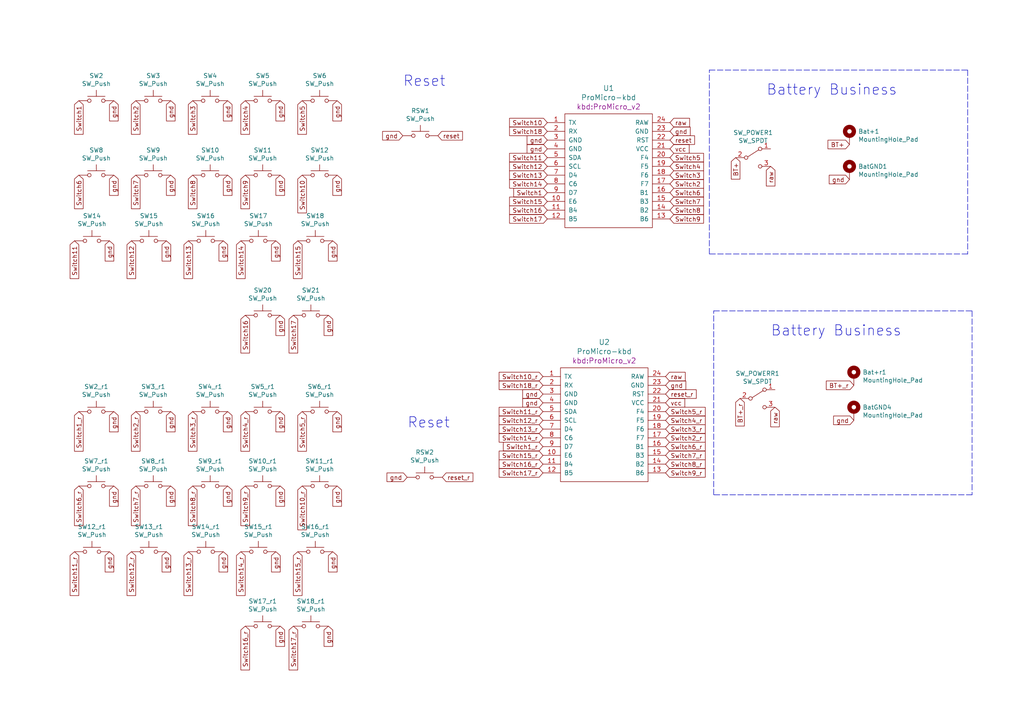
<source format=kicad_sch>
(kicad_sch (version 20211123) (generator eeschema)
  (paper "A4")
  (title_block (title "Sweep V2") (date "2021-03-10") (rev "0.1") (company "broomlabs"))
  (lib_symbols
    (symbol "Mechanical:MountingHole_Pad" (pin_numbers hide) (pin_names (offset 1.016) hide)
      (property "Reference" "H" (at 0 6.35 0))
      (property "Value" "MountingHole_Pad" (at 0 4.445 0))
      (symbol "MountingHole_Pad_0_1"
        (circle (center 0 1.27) (radius 1.27) (stroke (width 1.27)))
      )
      (symbol "MountingHole_Pad_1_1"
        (pin input line (at 0 -2.54 90) (length 2.54) (name "1") (number "1"))
      )
    )
    (symbol "Switch:SW_Push" (pin_numbers hide) (pin_names (offset 1.016) hide)
      (property "Reference" "SW" (at 1.27 2.54 0))
      (property "Value" "SW_Push" (at 0 -1.524 0))
      (symbol "SW_Push_0_1"
        (circle (center -2.032 0) (radius 0.508))
        (polyline (pts (xy 0 1.27) (xy 0 3.048)))
        (polyline (pts (xy 2.54 1.27) (xy -2.54 1.27)))
        (circle (center 2.032 0) (radius 0.508))
        (pin passive line (at -5.08 0 0) (length 2.54) (name "1") (number "1"))
        (pin passive line (at 5.08 0 180) (length 2.54) (name "2") (number "2"))
      )
    )
    (symbol "Switch:SW_SPDT" (pin_names (offset 0) hide)
      (property "Reference" "SW" (at 0 4.318 0))
      (property "Value" "SW_SPDT" (at 0 -5.08 0))
      (symbol "SW_SPDT_0_0"
        (circle (center -2.032 0) (radius 0.508))
        (circle (center 2.032 -2.54) (radius 0.508))
      )
      (symbol "SW_SPDT_0_1"
        (polyline (pts (xy -1.524 0.254) (xy 1.651 2.286)))
        (circle (center 2.032 2.54) (radius 0.508))
      )
      (symbol "SW_SPDT_1_1"
        (pin passive line (at 5.08 2.54 180) (length 2.54) (name "A") (number "1"))
        (pin passive line (at -5.08 0 0) (length 2.54) (name "B") (number "2"))
        (pin passive line (at 5.08 -2.54 180) (length 2.54) (name "C") (number "3"))
      )
    )
    (symbol "sweepv2-rescue:ProMicro-kbd-bigblackpill-34key-rescue" (pin_names (offset 1.016))
      (property "Reference" "U" (at 0 24.13 0))
      (property "Value" "ProMicro-kbd-bigblackpill-34key-rescue" (at 0 -13.97 0))
      (symbol "ProMicro-kbd-bigblackpill-34key-rescue_0_1"
        (rectangle (start -12.7 21.59) (end 12.7 -11.43))
      )
      (symbol "ProMicro-kbd-bigblackpill-34key-rescue_1_1"
        (pin bidirectional line (at -17.78 19.05 0) (length 5.08) (name "TX") (number "1"))
        (pin bidirectional line (at -17.78 -3.81 0) (length 5.08) (name "E6") (number "10"))
        (pin bidirectional line (at -17.78 -6.35 0) (length 5.08) (name "B4") (number "11"))
        (pin bidirectional line (at -17.78 -8.89 0) (length 5.08) (name "B5") (number "12"))
        (pin bidirectional line (at 17.78 -8.89 180) (length 5.08) (name "B6") (number "13"))
        (pin bidirectional line (at 17.78 -6.35 180) (length 5.08) (name "B2") (number "14"))
        (pin bidirectional line (at 17.78 -3.81 180) (length 5.08) (name "B3") (number "15"))
        (pin bidirectional line (at 17.78 -1.27 180) (length 5.08) (name "B1") (number "16"))
        (pin bidirectional line (at 17.78 1.27 180) (length 5.08) (name "F7") (number "17"))
        (pin bidirectional line (at 17.78 3.81 180) (length 5.08) (name "F6") (number "18"))
        (pin bidirectional line (at 17.78 6.35 180) (length 5.08) (name "F5") (number "19"))
        (pin bidirectional line (at -17.78 16.51 0) (length 5.08) (name "RX") (number "2"))
        (pin bidirectional line (at 17.78 8.89 180) (length 5.08) (name "F4") (number "20"))
        (pin power_in line (at 17.78 11.43 180) (length 5.08) (name "VCC") (number "21"))
        (pin input line (at 17.78 13.97 180) (length 5.08) (name "RST") (number "22"))
        (pin power_in line (at 17.78 16.51 180) (length 5.08) (name "GND") (number "23"))
        (pin power_out line (at 17.78 19.05 180) (length 5.08) (name "RAW") (number "24"))
        (pin power_in line (at -17.78 13.97 0) (length 5.08) (name "GND") (number "3"))
        (pin power_in line (at -17.78 11.43 0) (length 5.08) (name "GND") (number "4"))
        (pin bidirectional line (at -17.78 8.89 0) (length 5.08) (name "SDA") (number "5"))
        (pin bidirectional line (at -17.78 6.35 0) (length 5.08) (name "SCL") (number "6"))
        (pin bidirectional line (at -17.78 3.81 0) (length 5.08) (name "D4") (number "7"))
        (pin bidirectional line (at -17.78 1.27 0) (length 5.08) (name "C6") (number "8"))
        (pin bidirectional line (at -17.78 -1.27 0) (length 5.08) (name "D7") (number "9"))
      )
    )
  )
  (polyline (pts (xy 205.74 73.66) (xy 205.74 20.32)))
  (polyline (pts (xy 207.01 143.51) (xy 207.01 90.17)))
  (polyline (pts (xy 205.74 20.32) (xy 280.67 20.32)))
  (polyline (pts (xy 280.67 73.66) (xy 205.74 73.66)))
  (polyline (pts (xy 281.94 143.51) (xy 207.01 143.51)))
  (polyline (pts (xy 207.01 90.17) (xy 281.94 90.17)))
  (polyline (pts (xy 280.67 20.32) (xy 280.67 73.66)))
  (polyline (pts (xy 281.94 90.17) (xy 281.94 143.51)))
  (text "Battery Business" (at 223.52 97.79 0) (effects (font (size 2.9972 2.9972)) (justify left bottom)))
  (text "Reset" (at 116.84 25.4 0) (effects (font (size 2.9972 2.9972)) (justify left bottom)))
  (text "Reset" (at 118.11 124.46 0) (effects (font (size 2.9972 2.9972)) (justify left bottom)))
  (text "Battery Business" (at 222.25 27.94 0) (effects (font (size 2.9972 2.9972)) (justify left bottom)))
  (global_label "Switch7" (shape input) (at 39.37 50.8 270) (property "Intersheet References" "${INTERSHEET_REFS}" (effects hide)))
  (global_label "gnd" (shape input) (at 247.65 121.92 180) (property "Intersheet References" "${INTERSHEET_REFS}" (effects hide)))
  (global_label "Switch5_r" (shape input) (at 87.63 119.38 270) (property "Intersheet References" "${INTERSHEET_REFS}" (effects hide)))
  (global_label "gnd" (shape input) (at 157.48 116.84 180) (property "Intersheet References" "${INTERSHEET_REFS}" (effects hide)))
  (global_label "Switch4_r" (shape input) (at 71.12 119.38 270) (property "Intersheet References" "${INTERSHEET_REFS}" (effects hide)))
  (global_label "gnd" (shape input) (at 246.38 52.07 180) (property "Intersheet References" "${INTERSHEET_REFS}" (effects hide)))
  (global_label "gnd" (shape input) (at 81.28 91.44 270) (property "Intersheet References" "${INTERSHEET_REFS}" (effects hide)))
  (global_label "gnd" (shape input) (at 158.75 40.64 180) (property "Intersheet References" "${INTERSHEET_REFS}" (effects hide)))
  (global_label "gnd" (shape input) (at 158.75 43.18 180) (property "Intersheet References" "${INTERSHEET_REFS}" (effects hide)))
  (global_label "gnd" (shape input) (at 193.04 111.76 0) (property "Intersheet References" "${INTERSHEET_REFS}" (effects hide)))
  (global_label "Switch4_r" (shape input) (at 193.04 121.92 0) (property "Intersheet References" "${INTERSHEET_REFS}" (effects hide)))
  (global_label "Switch14" (shape input) (at 69.85 69.85 270) (property "Intersheet References" "${INTERSHEET_REFS}" (effects hide)))
  (global_label "gnd" (shape input) (at 33.02 140.97 270) (property "Intersheet References" "${INTERSHEET_REFS}" (effects hide)))
  (global_label "Switch16_r" (shape input) (at 157.48 134.62 180) (property "Intersheet References" "${INTERSHEET_REFS}" (effects hide)))
  (global_label "Switch13" (shape input) (at 54.61 69.85 270) (property "Intersheet References" "${INTERSHEET_REFS}" (effects hide)))
  (global_label "gnd" (shape input) (at 66.04 29.21 270) (property "Intersheet References" "${INTERSHEET_REFS}" (effects hide)))
  (global_label "Switch7" (shape input) (at 194.31 58.42 0) (property "Intersheet References" "${INTERSHEET_REFS}" (effects hide)))
  (global_label "raw" (shape input) (at 194.31 35.56 0) (property "Intersheet References" "${INTERSHEET_REFS}" (effects hide)))
  (global_label "Switch17_r" (shape input) (at 85.09 181.61 270) (property "Intersheet References" "${INTERSHEET_REFS}" (effects hide)))
  (global_label "BT+_r" (shape input) (at 214.63 115.57 270) (property "Intersheet References" "${INTERSHEET_REFS}" (effects hide)))
  (global_label "Switch12_r" (shape input) (at 38.1 160.02 270) (property "Intersheet References" "${INTERSHEET_REFS}" (effects hide)))
  (global_label "Switch15_r" (shape input) (at 86.36 160.02 270) (property "Intersheet References" "${INTERSHEET_REFS}" (effects hide)))
  (global_label "Switch1" (shape input) (at 22.86 29.21 270) (property "Intersheet References" "${INTERSHEET_REFS}" (effects hide)))
  (global_label "Switch18_r" (shape input) (at 157.48 111.76 180) (property "Intersheet References" "${INTERSHEET_REFS}" (effects hide)))
  (global_label "gnd" (shape input) (at 80.01 160.02 270) (property "Intersheet References" "${INTERSHEET_REFS}" (effects hide)))
  (global_label "gnd" (shape input) (at 33.02 50.8 270) (property "Intersheet References" "${INTERSHEET_REFS}" (effects hide)))
  (global_label "gnd" (shape input) (at 80.01 69.85 270) (property "Intersheet References" "${INTERSHEET_REFS}" (effects hide)))
  (global_label "Switch9" (shape input) (at 194.31 63.5 0) (property "Intersheet References" "${INTERSHEET_REFS}" (effects hide)))
  (global_label "Switch2_r" (shape input) (at 39.37 119.38 270) (property "Intersheet References" "${INTERSHEET_REFS}" (effects hide)))
  (global_label "Switch1_r" (shape input) (at 22.86 119.38 270) (property "Intersheet References" "${INTERSHEET_REFS}" (effects hide)))
  (global_label "Switch8" (shape input) (at 194.31 60.96 0) (property "Intersheet References" "${INTERSHEET_REFS}" (effects hide)))
  (global_label "gnd" (shape input) (at 97.79 50.8 270) (property "Intersheet References" "${INTERSHEET_REFS}" (effects hide)))
  (global_label "gnd" (shape input) (at 97.79 140.97 270) (property "Intersheet References" "${INTERSHEET_REFS}" (effects hide)))
  (global_label "Switch9" (shape input) (at 71.12 50.8 270) (property "Intersheet References" "${INTERSHEET_REFS}" (effects hide)))
  (global_label "Switch6" (shape input) (at 194.31 55.88 0) (property "Intersheet References" "${INTERSHEET_REFS}" (effects hide)))
  (global_label "Switch10" (shape input) (at 87.63 50.8 270) (property "Intersheet References" "${INTERSHEET_REFS}" (effects hide)))
  (global_label "gnd" (shape input) (at 66.04 140.97 270) (property "Intersheet References" "${INTERSHEET_REFS}" (effects hide)))
  (global_label "Switch15" (shape input) (at 86.36 69.85 270) (property "Intersheet References" "${INTERSHEET_REFS}" (effects hide)))
  (global_label "BT+" (shape input) (at 213.36 45.72 270) (property "Intersheet References" "${INTERSHEET_REFS}" (effects hide)))
  (global_label "gnd" (shape input) (at 48.26 69.85 270) (property "Intersheet References" "${INTERSHEET_REFS}" (effects hide)))
  (global_label "Switch4" (shape input) (at 194.31 48.26 0) (property "Intersheet References" "${INTERSHEET_REFS}" (effects hide)))
  (global_label "Switch12" (shape input) (at 38.1 69.85 270) (property "Intersheet References" "${INTERSHEET_REFS}" (effects hide)))
  (global_label "Switch3_r" (shape input) (at 55.88 119.38 270) (property "Intersheet References" "${INTERSHEET_REFS}" (effects hide)))
  (global_label "Switch16" (shape input) (at 71.12 91.44 270) (property "Intersheet References" "${INTERSHEET_REFS}" (effects hide)))
  (global_label "Switch17" (shape input) (at 158.75 63.5 180) (property "Intersheet References" "${INTERSHEET_REFS}" (effects hide)))
  (global_label "gnd" (shape input) (at 118.11 138.43 180) (property "Intersheet References" "${INTERSHEET_REFS}" (effects hide)))
  (global_label "Switch3" (shape input) (at 194.31 50.8 0) (property "Intersheet References" "${INTERSHEET_REFS}" (effects hide)))
  (global_label "gnd" (shape input) (at 96.52 69.85 270) (property "Intersheet References" "${INTERSHEET_REFS}" (effects hide)))
  (global_label "Switch6_r" (shape input) (at 22.86 140.97 270) (property "Intersheet References" "${INTERSHEET_REFS}" (effects hide)))
  (global_label "Switch16_r" (shape input) (at 71.12 181.61 270) (property "Intersheet References" "${INTERSHEET_REFS}" (effects hide)))
  (global_label "gnd" (shape input) (at 81.28 140.97 270) (property "Intersheet References" "${INTERSHEET_REFS}" (effects hide)))
  (global_label "Switch9_r" (shape input) (at 71.12 140.97 270) (property "Intersheet References" "${INTERSHEET_REFS}" (effects hide)))
  (global_label "Switch14" (shape input) (at 158.75 53.34 180) (property "Intersheet References" "${INTERSHEET_REFS}" (effects hide)))
  (global_label "Switch11_r" (shape input) (at 21.59 160.02 270) (property "Intersheet References" "${INTERSHEET_REFS}" (effects hide)))
  (global_label "Switch5" (shape input) (at 87.63 29.21 270) (property "Intersheet References" "${INTERSHEET_REFS}" (effects hide)))
  (global_label "Switch4" (shape input) (at 71.12 29.21 270) (property "Intersheet References" "${INTERSHEET_REFS}" (effects hide)))
  (global_label "Switch11" (shape input) (at 21.59 69.85 270) (property "Intersheet References" "${INTERSHEET_REFS}" (effects hide)))
  (global_label "Switch13_r" (shape input) (at 54.61 160.02 270) (property "Intersheet References" "${INTERSHEET_REFS}" (effects hide)))
  (global_label "Switch5" (shape input) (at 194.31 45.72 0) (property "Intersheet References" "${INTERSHEET_REFS}" (effects hide)))
  (global_label "Switch15" (shape input) (at 158.75 58.42 180) (property "Intersheet References" "${INTERSHEET_REFS}" (effects hide)))
  (global_label "Switch6_r" (shape input) (at 193.04 129.54 0) (property "Intersheet References" "${INTERSHEET_REFS}" (effects hide)))
  (global_label "Switch8" (shape input) (at 55.88 50.8 270) (property "Intersheet References" "${INTERSHEET_REFS}" (effects hide)))
  (global_label "gnd" (shape input) (at 31.75 69.85 270) (property "Intersheet References" "${INTERSHEET_REFS}" (effects hide)))
  (global_label "Switch8_r" (shape input) (at 193.04 134.62 0) (property "Intersheet References" "${INTERSHEET_REFS}" (effects hide)))
  (global_label "Switch16" (shape input) (at 158.75 60.96 180) (property "Intersheet References" "${INTERSHEET_REFS}" (effects hide)))
  (global_label "Switch2" (shape input) (at 194.31 53.34 0) (property "Intersheet References" "${INTERSHEET_REFS}" (effects hide)))
  (global_label "BT+_r" (shape input) (at 247.65 111.76 180) (property "Intersheet References" "${INTERSHEET_REFS}" (effects hide)))
  (global_label "Switch11" (shape input) (at 158.75 45.72 180) (property "Intersheet References" "${INTERSHEET_REFS}" (effects hide)))
  (global_label "Switch9_r" (shape input) (at 193.04 137.16 0) (property "Intersheet References" "${INTERSHEET_REFS}" (effects hide)))
  (global_label "gnd" (shape input) (at 48.26 160.02 270) (property "Intersheet References" "${INTERSHEET_REFS}" (effects hide)))
  (global_label "gnd" (shape input) (at 49.53 50.8 270) (property "Intersheet References" "${INTERSHEET_REFS}" (effects hide)))
  (global_label "gnd" (shape input) (at 49.53 29.21 270) (property "Intersheet References" "${INTERSHEET_REFS}" (effects hide)))
  (global_label "gnd" (shape input) (at 66.04 119.38 270) (property "Intersheet References" "${INTERSHEET_REFS}" (effects hide)))
  (global_label "gnd" (shape input) (at 66.04 50.8 270) (property "Intersheet References" "${INTERSHEET_REFS}" (effects hide)))
  (global_label "Switch10_r" (shape input) (at 87.63 140.97 270) (property "Intersheet References" "${INTERSHEET_REFS}" (effects hide)))
  (global_label "gnd" (shape input) (at 64.77 69.85 270) (property "Intersheet References" "${INTERSHEET_REFS}" (effects hide)))
  (global_label "reset_r" (shape input) (at 128.27 138.43 0) (property "Intersheet References" "${INTERSHEET_REFS}" (effects hide)))
  (global_label "Switch3_r" (shape input) (at 193.04 124.46 0) (property "Intersheet References" "${INTERSHEET_REFS}" (effects hide)))
  (global_label "gnd" (shape input) (at 97.79 119.38 270) (property "Intersheet References" "${INTERSHEET_REFS}" (effects hide)))
  (global_label "Switch6" (shape input) (at 22.86 50.8 270) (property "Intersheet References" "${INTERSHEET_REFS}" (effects hide)))
  (global_label "gnd" (shape input) (at 81.28 119.38 270) (property "Intersheet References" "${INTERSHEET_REFS}" (effects hide)))
  (global_label "gnd" (shape input) (at 97.79 29.21 270) (property "Intersheet References" "${INTERSHEET_REFS}" (effects hide)))
  (global_label "gnd" (shape input) (at 194.31 38.1 0) (property "Intersheet References" "${INTERSHEET_REFS}" (effects hide)))
  (global_label "reset" (shape input) (at 127 39.37 0) (property "Intersheet References" "${INTERSHEET_REFS}" (effects hide)))
  (global_label "Switch17_r" (shape input) (at 157.48 137.16 180) (property "Intersheet References" "${INTERSHEET_REFS}" (effects hide)))
  (global_label "gnd" (shape input) (at 33.02 119.38 270) (property "Intersheet References" "${INTERSHEET_REFS}" (effects hide)))
  (global_label "gnd" (shape input) (at 116.84 39.37 180) (property "Intersheet References" "${INTERSHEET_REFS}" (effects hide)))
  (global_label "Switch12" (shape input) (at 158.75 48.26 180) (property "Intersheet References" "${INTERSHEET_REFS}" (effects hide)))
  (global_label "Switch15_r" (shape input) (at 157.48 132.08 180) (property "Intersheet References" "${INTERSHEET_REFS}" (effects hide)))
  (global_label "Switch7_r" (shape input) (at 39.37 140.97 270) (property "Intersheet References" "${INTERSHEET_REFS}" (effects hide)))
  (global_label "gnd" (shape input) (at 49.53 140.97 270) (property "Intersheet References" "${INTERSHEET_REFS}" (effects hide)))
  (global_label "Switch11_r" (shape input) (at 157.48 119.38 180) (property "Intersheet References" "${INTERSHEET_REFS}" (effects hide)))
  (global_label "gnd" (shape input) (at 33.02 29.21 270) (property "Intersheet References" "${INTERSHEET_REFS}" (effects hide)))
  (global_label "Switch10" (shape input) (at 158.75 35.56 180) (property "Intersheet References" "${INTERSHEET_REFS}" (effects hide)))
  (global_label "gnd" (shape input) (at 64.77 160.02 270) (property "Intersheet References" "${INTERSHEET_REFS}" (effects hide)))
  (global_label "Switch13_r" (shape input) (at 157.48 124.46 180) (property "Intersheet References" "${INTERSHEET_REFS}" (effects hide)))
  (global_label "Switch10_r" (shape input) (at 157.48 109.22 180) (property "Intersheet References" "${INTERSHEET_REFS}" (effects hide)))
  (global_label "raw" (shape input) (at 193.04 109.22 0) (property "Intersheet References" "${INTERSHEET_REFS}" (effects hide)))
  (global_label "Switch17" (shape input) (at 85.09 91.44 270) (property "Intersheet References" "${INTERSHEET_REFS}" (effects hide)))
  (global_label "gnd" (shape input) (at 81.28 29.21 270) (property "Intersheet References" "${INTERSHEET_REFS}" (effects hide)))
  (global_label "gnd" (shape input) (at 95.25 181.61 270) (property "Intersheet References" "${INTERSHEET_REFS}" (effects hide)))
  (global_label "gnd" (shape input) (at 81.28 50.8 270) (property "Intersheet References" "${INTERSHEET_REFS}" (effects hide)))
  (global_label "Switch3" (shape input) (at 55.88 29.21 270) (property "Intersheet References" "${INTERSHEET_REFS}" (effects hide)))
  (global_label "Switch14_r" (shape input) (at 69.85 160.02 270) (property "Intersheet References" "${INTERSHEET_REFS}" (effects hide)))
  (global_label "Switch13" (shape input) (at 158.75 50.8 180) (property "Intersheet References" "${INTERSHEET_REFS}" (effects hide)))
  (global_label "Switch8_r" (shape input) (at 55.88 140.97 270) (property "Intersheet References" "${INTERSHEET_REFS}" (effects hide)))
  (global_label "BT+" (shape input) (at 246.38 41.91 180) (property "Intersheet References" "${INTERSHEET_REFS}" (effects hide)))
  (global_label "raw" (shape input) (at 223.52 48.26 270) (property "Intersheet References" "${INTERSHEET_REFS}" (effects hide)))
  (global_label "gnd" (shape input) (at 81.28 181.61 270) (property "Intersheet References" "${INTERSHEET_REFS}" (effects hide)))
  (global_label "gnd" (shape input) (at 95.25 91.44 270) (property "Intersheet References" "${INTERSHEET_REFS}" (effects hide)))
  (global_label "reset" (shape input) (at 194.31 40.64 0) (property "Intersheet References" "${INTERSHEET_REFS}" (effects hide)))
  (global_label "gnd" (shape input) (at 96.52 160.02 270) (property "Intersheet References" "${INTERSHEET_REFS}" (effects hide)))
  (global_label "raw" (shape input) (at 224.79 118.11 270) (property "Intersheet References" "${INTERSHEET_REFS}" (effects hide)))
  (global_label "vcc" (shape input) (at 194.31 43.18 0) (property "Intersheet References" "${INTERSHEET_REFS}" (effects hide)))
  (global_label "Switch18" (shape input) (at 158.75 38.1 180) (property "Intersheet References" "${INTERSHEET_REFS}" (effects hide)))
  (global_label "Switch12_r" (shape input) (at 157.48 121.92 180) (property "Intersheet References" "${INTERSHEET_REFS}" (effects hide)))
  (global_label "reset_r" (shape input) (at 193.04 114.3 0) (property "Intersheet References" "${INTERSHEET_REFS}" (effects hide)))
  (global_label "gnd" (shape input) (at 49.53 119.38 270) (property "Intersheet References" "${INTERSHEET_REFS}" (effects hide)))
  (global_label "Switch14_r" (shape input) (at 157.48 127 180) (property "Intersheet References" "${INTERSHEET_REFS}" (effects hide)))
  (global_label "Switch1_r" (shape input) (at 157.48 129.54 180) (property "Intersheet References" "${INTERSHEET_REFS}" (effects hide)))
  (global_label "Switch7_r" (shape input) (at 193.04 132.08 0) (property "Intersheet References" "${INTERSHEET_REFS}" (effects hide)))
  (global_label "gnd" (shape input) (at 31.75 160.02 270) (property "Intersheet References" "${INTERSHEET_REFS}" (effects hide)))
  (global_label "Switch5_r" (shape input) (at 193.04 119.38 0) (property "Intersheet References" "${INTERSHEET_REFS}" (effects hide)))
  (global_label "vcc" (shape input) (at 193.04 116.84 0) (property "Intersheet References" "${INTERSHEET_REFS}" (effects hide)))
  (global_label "Switch1" (shape input) (at 158.75 55.88 180) (property "Intersheet References" "${INTERSHEET_REFS}" (effects hide)))
  (global_label "Switch2" (shape input) (at 39.37 29.21 270) (property "Intersheet References" "${INTERSHEET_REFS}" (effects hide)))
  (global_label "Switch2_r" (shape input) (at 193.04 127 0) (property "Intersheet References" "${INTERSHEET_REFS}" (effects hide)))
  (global_label "gnd" (shape input) (at 157.48 114.3 180) (property "Intersheet References" "${INTERSHEET_REFS}" (effects hide)))
  (symbol (lib_id "Mechanical:MountingHole_Pad") (at 246.38 39.37 0) (unit 1)
    (property "Reference" "Bat+1" (at 248.92 38.1254 0) (effects (justify left)))
    (property "Value" "MountingHole_Pad" (at 248.92 40.4368 0) (effects (justify left)))
    (property "Footprint" "kbd:1pin_conn" (effects hide))
  )
  (symbol (lib_id "Mechanical:MountingHole_Pad") (at 246.38 49.53 0) (unit 1)
    (property "Reference" "BatGND1" (at 248.92 48.2854 0) (effects (justify left)))
    (property "Value" "MountingHole_Pad" (at 248.92 50.5968 0) (effects (justify left)))
    (property "Footprint" "kbd:1pin_conn" (effects hide))
  )
  (symbol (lib_id "sweepv2-rescue:ProMicro-kbd-bigblackpill-34key-rescue") (at 176.53 54.61 0) (unit 1)
    (property "Reference" "U1" (at 176.53 25.5778 0) (effects (font (size 1.524 1.524))))
    (property "Value" "ProMicro-kbd" (at 176.53 28.2702 0) (effects (font (size 1.524 1.524))))
    (property "Footprint" "kbd:ProMicro_v2" (at 176.53 30.9626 0) (effects (font (size 1.524 1.524))))
  )
  (symbol (lib_id "Switch:SW_Push") (at 27.94 29.21 0) (unit 1)
    (property "Reference" "SW2" (at 27.94 21.971 0))
    (property "Value" "SW_Push" (at 27.94 24.2824 0))
    (property "Footprint" "Kailh:SW_PG1350_rev_DPB" (effects hide))
  )
  (symbol (lib_id "Switch:SW_Push") (at 44.45 29.21 0) (unit 1)
    (property "Reference" "SW3" (at 44.45 21.971 0))
    (property "Value" "SW_Push" (at 44.45 24.2824 0))
    (property "Footprint" "Kailh:SW_PG1350_rev_DPB" (effects hide))
  )
  (symbol (lib_id "Switch:SW_Push") (at 60.96 29.21 0) (unit 1)
    (property "Reference" "SW4" (at 60.96 21.971 0))
    (property "Value" "SW_Push" (at 60.96 24.2824 0))
    (property "Footprint" "Kailh:SW_PG1350_rev_DPB" (effects hide))
  )
  (symbol (lib_id "Switch:SW_Push") (at 76.2 29.21 0) (unit 1)
    (property "Reference" "SW5" (at 76.2 21.971 0))
    (property "Value" "SW_Push" (at 76.2 24.2824 0))
    (property "Footprint" "Kailh:SW_PG1350_rev_DPB" (effects hide))
  )
  (symbol (lib_id "Switch:SW_Push") (at 92.71 29.21 0) (unit 1)
    (property "Reference" "SW6" (at 92.71 21.971 0))
    (property "Value" "SW_Push" (at 92.71 24.2824 0))
    (property "Footprint" "Kailh:SW_PG1350_rev_DPB" (effects hide))
  )
  (symbol (lib_id "Switch:SW_Push") (at 76.2 91.44 0) (unit 1)
    (property "Reference" "SW20" (at 76.2 84.201 0))
    (property "Value" "SW_Push" (at 76.2 86.5124 0))
    (property "Footprint" "Kailh:SW_PG1350_rev_DPB" (effects hide))
  )
  (symbol (lib_id "Switch:SW_Push") (at 90.17 91.44 0) (unit 1)
    (property "Reference" "SW21" (at 90.17 84.201 0))
    (property "Value" "SW_Push" (at 90.17 86.5124 0))
    (property "Footprint" "Kailh:SW_PG1350_rev_DPB" (effects hide))
  )
  (symbol (lib_id "Switch:SW_Push") (at 27.94 50.8 0) (unit 1)
    (property "Reference" "SW8" (at 27.94 43.561 0))
    (property "Value" "SW_Push" (at 27.94 45.8724 0))
    (property "Footprint" "Kailh:SW_PG1350_rev_DPB" (effects hide))
  )
  (symbol (lib_id "Switch:SW_Push") (at 44.45 50.8 0) (unit 1)
    (property "Reference" "SW9" (at 44.45 43.561 0))
    (property "Value" "SW_Push" (at 44.45 45.8724 0))
    (property "Footprint" "Kailh:SW_PG1350_rev_DPB" (effects hide))
  )
  (symbol (lib_id "Switch:SW_Push") (at 60.96 50.8 0) (unit 1)
    (property "Reference" "SW10" (at 60.96 43.561 0))
    (property "Value" "SW_Push" (at 60.96 45.8724 0))
    (property "Footprint" "Kailh:SW_PG1350_rev_DPB" (effects hide))
  )
  (symbol (lib_id "Switch:SW_Push") (at 76.2 50.8 0) (unit 1)
    (property "Reference" "SW11" (at 76.2 43.561 0))
    (property "Value" "SW_Push" (at 76.2 45.8724 0))
    (property "Footprint" "Kailh:SW_PG1350_rev_DPB" (effects hide))
  )
  (symbol (lib_id "Switch:SW_Push") (at 92.71 50.8 0) (unit 1)
    (property "Reference" "SW12" (at 92.71 43.561 0))
    (property "Value" "SW_Push" (at 92.71 45.8724 0))
    (property "Footprint" "Kailh:SW_PG1350_rev_DPB" (effects hide))
  )
  (symbol (lib_id "Switch:SW_Push") (at 26.67 69.85 0) (unit 1)
    (property "Reference" "SW14" (at 26.67 62.611 0))
    (property "Value" "SW_Push" (at 26.67 64.9224 0))
    (property "Footprint" "Kailh:SW_PG1350_rev_DPB" (effects hide))
  )
  (symbol (lib_id "Switch:SW_Push") (at 43.18 69.85 0) (unit 1)
    (property "Reference" "SW15" (at 43.18 62.611 0))
    (property "Value" "SW_Push" (at 43.18 64.9224 0))
    (property "Footprint" "Kailh:SW_PG1350_rev_DPB" (effects hide))
  )
  (symbol (lib_id "Switch:SW_Push") (at 59.69 69.85 0) (unit 1)
    (property "Reference" "SW16" (at 59.69 62.611 0))
    (property "Value" "SW_Push" (at 59.69 64.9224 0))
    (property "Footprint" "Kailh:SW_PG1350_rev_DPB" (effects hide))
  )
  (symbol (lib_id "Switch:SW_Push") (at 74.93 69.85 0) (unit 1)
    (property "Reference" "SW17" (at 74.93 62.611 0))
    (property "Value" "SW_Push" (at 74.93 64.9224 0))
    (property "Footprint" "Kailh:SW_PG1350_rev_DPB" (effects hide))
  )
  (symbol (lib_id "Switch:SW_Push") (at 91.44 69.85 0) (unit 1)
    (property "Reference" "SW18" (at 91.44 62.611 0))
    (property "Value" "SW_Push" (at 91.44 64.9224 0))
    (property "Footprint" "Kailh:SW_PG1350_rev_DPB" (effects hide))
  )
  (symbol (lib_id "Switch:SW_Push") (at 121.92 39.37 0) (unit 1)
    (property "Reference" "RSW1" (at 121.92 32.131 0))
    (property "Value" "SW_Push" (at 121.92 34.4424 0))
    (property "Footprint" "kbd:ResetSW" (effects hide))
  )
  (symbol (lib_id "Switch:SW_SPDT") (at 218.44 45.72 0) (unit 1)
    (property "Reference" "SW_POWER1" (at 218.44 38.481 0))
    (property "Value" "SW_SPDT" (at 218.44 40.7924 0))
    (property "Footprint" "Kailh:SPDT_C128955" (effects hide))
  )
  (symbol (lib_id "Switch:SW_Push") (at 27.94 119.38 0) (unit 1)
    (property "Reference" "SW2_r1" (at 27.94 112.141 0))
    (property "Value" "SW_Push" (at 27.94 114.4524 0))
    (property "Footprint" "Kailh:SW_PG1350_rev_DPB" (effects hide))
  )
  (symbol (lib_id "Switch:SW_Push") (at 44.45 119.38 0) (unit 1)
    (property "Reference" "SW3_r1" (at 44.45 112.141 0))
    (property "Value" "SW_Push" (at 44.45 114.4524 0))
    (property "Footprint" "Kailh:SW_PG1350_rev_DPB" (effects hide))
  )
  (symbol (lib_id "Switch:SW_Push") (at 60.96 119.38 0) (unit 1)
    (property "Reference" "SW4_r1" (at 60.96 112.141 0))
    (property "Value" "SW_Push" (at 60.96 114.4524 0))
    (property "Footprint" "Kailh:SW_PG1350_rev_DPB" (effects hide))
  )
  (symbol (lib_id "Switch:SW_Push") (at 76.2 119.38 0) (unit 1)
    (property "Reference" "SW5_r1" (at 76.2 112.141 0))
    (property "Value" "SW_Push" (at 76.2 114.4524 0))
    (property "Footprint" "Kailh:SW_PG1350_rev_DPB" (effects hide))
  )
  (symbol (lib_id "Switch:SW_Push") (at 92.71 119.38 0) (unit 1)
    (property "Reference" "SW6_r1" (at 92.71 112.141 0))
    (property "Value" "SW_Push" (at 92.71 114.4524 0))
    (property "Footprint" "Kailh:SW_PG1350_rev_DPB" (effects hide))
  )
  (symbol (lib_id "Switch:SW_Push") (at 76.2 181.61 0) (unit 1)
    (property "Reference" "SW17_r1" (at 76.2 174.371 0))
    (property "Value" "SW_Push" (at 76.2 176.6824 0))
    (property "Footprint" "Kailh:SW_PG1350_rev_DPB" (effects hide))
  )
  (symbol (lib_id "Switch:SW_Push") (at 90.17 181.61 0) (unit 1)
    (property "Reference" "SW18_r1" (at 90.17 174.371 0))
    (property "Value" "SW_Push" (at 90.17 176.6824 0))
    (property "Footprint" "Kailh:SW_PG1350_rev_DPB" (effects hide))
  )
  (symbol (lib_id "Switch:SW_Push") (at 27.94 140.97 0) (unit 1)
    (property "Reference" "SW7_r1" (at 27.94 133.731 0))
    (property "Value" "SW_Push" (at 27.94 136.0424 0))
    (property "Footprint" "Kailh:SW_PG1350_rev_DPB" (effects hide))
  )
  (symbol (lib_id "Switch:SW_Push") (at 44.45 140.97 0) (unit 1)
    (property "Reference" "SW8_r1" (at 44.45 133.731 0))
    (property "Value" "SW_Push" (at 44.45 136.0424 0))
    (property "Footprint" "Kailh:SW_PG1350_rev_DPB" (effects hide))
  )
  (symbol (lib_id "Switch:SW_Push") (at 60.96 140.97 0) (unit 1)
    (property "Reference" "SW9_r1" (at 60.96 133.731 0))
    (property "Value" "SW_Push" (at 60.96 136.0424 0))
    (property "Footprint" "Kailh:SW_PG1350_rev_DPB" (effects hide))
  )
  (symbol (lib_id "Switch:SW_Push") (at 76.2 140.97 0) (unit 1)
    (property "Reference" "SW10_r1" (at 76.2 133.731 0))
    (property "Value" "SW_Push" (at 76.2 136.0424 0))
    (property "Footprint" "Kailh:SW_PG1350_rev_DPB" (effects hide))
  )
  (symbol (lib_id "Switch:SW_Push") (at 92.71 140.97 0) (unit 1)
    (property "Reference" "SW11_r1" (at 92.71 133.731 0))
    (property "Value" "SW_Push" (at 92.71 136.0424 0))
    (property "Footprint" "Kailh:SW_PG1350_rev_DPB" (effects hide))
  )
  (symbol (lib_id "Switch:SW_Push") (at 26.67 160.02 0) (unit 1)
    (property "Reference" "SW12_r1" (at 26.67 152.781 0))
    (property "Value" "SW_Push" (at 26.67 155.0924 0))
    (property "Footprint" "Kailh:SW_PG1350_rev_DPB" (effects hide))
  )
  (symbol (lib_id "Switch:SW_Push") (at 43.18 160.02 0) (unit 1)
    (property "Reference" "SW13_r1" (at 43.18 152.781 0))
    (property "Value" "SW_Push" (at 43.18 155.0924 0))
    (property "Footprint" "Kailh:SW_PG1350_rev_DPB" (effects hide))
  )
  (symbol (lib_id "Switch:SW_Push") (at 59.69 160.02 0) (unit 1)
    (property "Reference" "SW14_r1" (at 59.69 152.781 0))
    (property "Value" "SW_Push" (at 59.69 155.0924 0))
    (property "Footprint" "Kailh:SW_PG1350_rev_DPB" (effects hide))
  )
  (symbol (lib_id "Switch:SW_Push") (at 74.93 160.02 0) (unit 1)
    (property "Reference" "SW15_r1" (at 74.93 152.781 0))
    (property "Value" "SW_Push" (at 74.93 155.0924 0))
    (property "Footprint" "Kailh:SW_PG1350_rev_DPB" (effects hide))
  )
  (symbol (lib_id "Switch:SW_Push") (at 91.44 160.02 0) (unit 1)
    (property "Reference" "SW16_r1" (at 91.44 152.781 0))
    (property "Value" "SW_Push" (at 91.44 155.0924 0))
    (property "Footprint" "Kailh:SW_PG1350_rev_DPB" (effects hide))
  )
  (symbol (lib_id "sweepv2-rescue:ProMicro-kbd-bigblackpill-34key-rescue") (at 175.26 128.27 0) (unit 1)
    (property "Reference" "U2" (at 175.26 99.2378 0) (effects (font (size 1.524 1.524))))
    (property "Value" "ProMicro-kbd" (at 175.26 101.9302 0) (effects (font (size 1.524 1.524))))
    (property "Footprint" "kbd:ProMicro_v2" (at 175.26 104.6226 0) (effects (font (size 1.524 1.524))))
  )
  (symbol (lib_id "Switch:SW_Push") (at 123.19 138.43 0) (unit 1)
    (property "Reference" "RSW2" (at 123.19 131.191 0))
    (property "Value" "SW_Push" (at 123.19 133.5024 0))
    (property "Footprint" "kbd:ResetSW" (effects hide))
  )
  (symbol (lib_id "Switch:SW_SPDT") (at 219.71 115.57 0) (unit 1)
    (property "Reference" "SW_POWERR1" (at 219.71 108.331 0))
    (property "Value" "SW_SPDT" (at 219.71 110.6424 0))
    (property "Footprint" "Kailh:SPDT_C128955" (effects hide))
  )
  (symbol (lib_id "Mechanical:MountingHole_Pad") (at 247.65 109.22 0) (unit 1)
    (property "Reference" "Bat+r1" (at 250.19 107.9754 0) (effects (justify left)))
    (property "Value" "MountingHole_Pad" (at 250.19 110.2868 0) (effects (justify left)))
    (property "Footprint" "kbd:1pin_conn" (effects hide))
  )
  (symbol (lib_id "Mechanical:MountingHole_Pad") (at 247.65 119.38 0) (unit 1)
    (property "Reference" "BatGND4" (at 250.19 118.1354 0) (effects (justify left)))
    (property "Value" "MountingHole_Pad" (at 250.19 120.4468 0) (effects (justify left)))
    (property "Footprint" "kbd:1pin_conn" (effects hide))
  )
)
</source>
